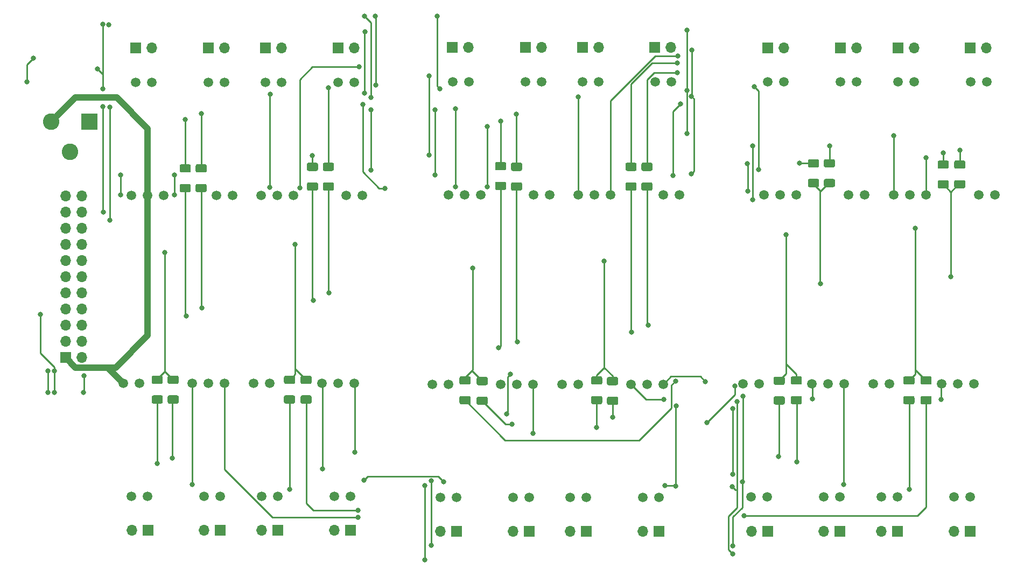
<source format=gbr>
%TF.GenerationSoftware,KiCad,Pcbnew,(5.1.9-0-10_14)*%
%TF.CreationDate,2021-06-18T00:48:09+02:00*%
%TF.ProjectId,V3,56332e6b-6963-4616-945f-706362585858,rev?*%
%TF.SameCoordinates,Original*%
%TF.FileFunction,Copper,L2,Bot*%
%TF.FilePolarity,Positive*%
%FSLAX46Y46*%
G04 Gerber Fmt 4.6, Leading zero omitted, Abs format (unit mm)*
G04 Created by KiCad (PCBNEW (5.1.9-0-10_14)) date 2021-06-18 00:48:09*
%MOMM*%
%LPD*%
G01*
G04 APERTURE LIST*
%TA.AperFunction,ComponentPad*%
%ADD10R,1.700000X1.700000*%
%TD*%
%TA.AperFunction,ComponentPad*%
%ADD11O,1.700000X1.700000*%
%TD*%
%TA.AperFunction,ComponentPad*%
%ADD12C,1.508000*%
%TD*%
%TA.AperFunction,ComponentPad*%
%ADD13R,2.600000X2.600000*%
%TD*%
%TA.AperFunction,ComponentPad*%
%ADD14C,2.600000*%
%TD*%
%TA.AperFunction,ViaPad*%
%ADD15C,0.800000*%
%TD*%
%TA.AperFunction,Conductor*%
%ADD16C,0.250000*%
%TD*%
%TA.AperFunction,Conductor*%
%ADD17C,1.000000*%
%TD*%
G04 APERTURE END LIST*
D10*
%TO.P,J2,1*%
%TO.N,GND*%
X97800000Y-107820000D03*
D11*
%TO.P,J2,2*%
%TO.N,TeensyVDD*%
X100340000Y-107820000D03*
%TO.P,J2,3*%
%TO.N,FREQ1*%
X97800000Y-105280000D03*
%TO.P,J2,4*%
%TO.N,FREQ2*%
X100340000Y-105280000D03*
%TO.P,J2,5*%
%TO.N,FREQ3*%
X97800000Y-102740000D03*
%TO.P,J2,6*%
%TO.N,FREQ4*%
X100340000Y-102740000D03*
%TO.P,J2,7*%
%TO.N,FREQ5*%
X97800000Y-100200000D03*
%TO.P,J2,8*%
%TO.N,FREQ6*%
X100340000Y-100200000D03*
%TO.P,J2,9*%
%TO.N,FREQ7*%
X97800000Y-97660000D03*
%TO.P,J2,10*%
%TO.N,FREQ8*%
X100340000Y-97660000D03*
%TO.P,J2,11*%
%TO.N,FREQ9*%
X97800000Y-95120000D03*
%TO.P,J2,12*%
%TO.N,FREQ10*%
X100340000Y-95120000D03*
%TO.P,J2,13*%
%TO.N,FREQ11*%
X97800000Y-92580000D03*
%TO.P,J2,14*%
%TO.N,FREQ12*%
X100340000Y-92580000D03*
%TO.P,J2,15*%
%TO.N,FREQ13*%
X97800000Y-90040000D03*
%TO.P,J2,16*%
%TO.N,FREQ14*%
X100340000Y-90040000D03*
%TO.P,J2,17*%
%TO.N,FREQ15*%
X97800000Y-87500000D03*
%TO.P,J2,18*%
%TO.N,FREQ16*%
X100340000Y-87500000D03*
%TO.P,J2,19*%
%TO.N,SCL0*%
X97800000Y-84960000D03*
%TO.P,J2,20*%
%TO.N,SDA0*%
X100340000Y-84960000D03*
%TO.P,J2,21*%
%TO.N,SCL1*%
X97800000Y-82420000D03*
%TO.P,J2,22*%
%TO.N,SDA1*%
X100340000Y-82420000D03*
%TD*%
D12*
%TO.P,U3,OUT.L-*%
%TO.N,Net-(LS7-Pad1)*%
X129200501Y-64487501D03*
%TO.P,U3,OUT.L+*%
%TO.N,Net-(LS7-Pad2)*%
X131740501Y-64487501D03*
%TO.P,U3,OUT.R-*%
%TO.N,Net-(LS8-Pad2)*%
X143170501Y-64487501D03*
%TO.P,U3,OUT.R+*%
%TO.N,Net-(LS8-Pad1)*%
X140630501Y-64487501D03*
%TO.P,U3,GND*%
%TO.N,GND*%
X144440501Y-82267501D03*
%TO.P,U3,+5V*%
%TO.N,VDD*%
X141900501Y-82267501D03*
%TO.P,U3,IN.L*%
%TO.N,Net-(IC2-Pad2)*%
X128565501Y-82267501D03*
%TO.P,U3,IN.COM*%
%TO.N,GND*%
X131105501Y-82267501D03*
%TO.P,U3,IN.R*%
%TO.N,Net-(IC2-Pad19)*%
X133645501Y-82267501D03*
%TD*%
%TO.P,U4,IN.R*%
%TO.N,Net-(IC2-Pad12)*%
X113215501Y-82267501D03*
%TO.P,U4,IN.COM*%
%TO.N,GND*%
X110675501Y-82267501D03*
%TO.P,U4,IN.L*%
%TO.N,Net-(IC2-Pad9)*%
X108135501Y-82267501D03*
%TO.P,U4,+5V*%
%TO.N,VDD*%
X121470501Y-82267501D03*
%TO.P,U4,GND*%
%TO.N,GND*%
X124010501Y-82267501D03*
%TO.P,U4,OUT.R+*%
%TO.N,Net-(LS6-Pad1)*%
X120200501Y-64487501D03*
%TO.P,U4,OUT.R-*%
%TO.N,Net-(LS6-Pad2)*%
X122740501Y-64487501D03*
%TO.P,U4,OUT.L+*%
%TO.N,Net-(LS5-Pad2)*%
X111310501Y-64487501D03*
%TO.P,U4,OUT.L-*%
%TO.N,Net-(LS5-Pad1)*%
X108770501Y-64487501D03*
%TD*%
D13*
%TO.P,J1,1*%
%TO.N,VDD*%
X101500000Y-70700000D03*
D14*
%TO.P,J1,2*%
%TO.N,GND*%
X95500000Y-70700000D03*
%TO.P,J1,3*%
%TO.N,N/C*%
X98500000Y-75400000D03*
%TD*%
D12*
%TO.P,U11,OUT.L-*%
%TO.N,Net-(LS23-Pad1)*%
X219569499Y-129732499D03*
%TO.P,U11,OUT.L+*%
%TO.N,Net-(LS23-Pad2)*%
X217029499Y-129732499D03*
%TO.P,U11,OUT.R-*%
%TO.N,Net-(LS24-Pad2)*%
X205599499Y-129732499D03*
%TO.P,U11,OUT.R+*%
%TO.N,Net-(LS24-Pad1)*%
X208139499Y-129732499D03*
%TO.P,U11,GND*%
%TO.N,GND*%
X204329499Y-111952499D03*
%TO.P,U11,+5V*%
%TO.N,VDD*%
X206869499Y-111952499D03*
%TO.P,U11,IN.L*%
%TO.N,Net-(IC6-Pad2)*%
X220204499Y-111952499D03*
%TO.P,U11,IN.COM*%
%TO.N,GND*%
X217664499Y-111952499D03*
%TO.P,U11,IN.R*%
%TO.N,Net-(IC6-Pad19)*%
X215124499Y-111952499D03*
%TD*%
D11*
%TO.P,LS1,2*%
%TO.N,Net-(LS1-Pad2)*%
X161160000Y-59040000D03*
D10*
%TO.P,LS1,1*%
%TO.N,Net-(LS1-Pad1)*%
X158620000Y-59040000D03*
%TD*%
%TO.P,LS2,1*%
%TO.N,Net-(LS2-Pad1)*%
X170060000Y-59040000D03*
D11*
%TO.P,LS2,2*%
%TO.N,Net-(LS2-Pad2)*%
X172600000Y-59040000D03*
%TD*%
D10*
%TO.P,LS3,1*%
%TO.N,Net-(LS3-Pad1)*%
X179060000Y-59040000D03*
D11*
%TO.P,LS3,2*%
%TO.N,Net-(LS3-Pad2)*%
X181600000Y-59040000D03*
%TD*%
%TO.P,LS4,2*%
%TO.N,Net-(LS4-Pad2)*%
X193000000Y-59040000D03*
D10*
%TO.P,LS4,1*%
%TO.N,Net-(LS4-Pad1)*%
X190460000Y-59040000D03*
%TD*%
D11*
%TO.P,LS5,2*%
%TO.N,Net-(LS5-Pad2)*%
X111300000Y-59100000D03*
D10*
%TO.P,LS5,1*%
%TO.N,Net-(LS5-Pad1)*%
X108760000Y-59100000D03*
%TD*%
D11*
%TO.P,LS6,2*%
%TO.N,Net-(LS6-Pad2)*%
X122740000Y-59100000D03*
D10*
%TO.P,LS6,1*%
%TO.N,Net-(LS6-Pad1)*%
X120200000Y-59100000D03*
%TD*%
D11*
%TO.P,LS7,2*%
%TO.N,Net-(LS7-Pad2)*%
X131740000Y-59100000D03*
D10*
%TO.P,LS7,1*%
%TO.N,Net-(LS7-Pad1)*%
X129200000Y-59100000D03*
%TD*%
%TO.P,LS8,1*%
%TO.N,Net-(LS8-Pad1)*%
X140600000Y-59100000D03*
D11*
%TO.P,LS8,2*%
%TO.N,Net-(LS8-Pad2)*%
X143140000Y-59100000D03*
%TD*%
D10*
%TO.P,LS9,1*%
%TO.N,Net-(LS9-Pad1)*%
X208220000Y-59080000D03*
D11*
%TO.P,LS9,2*%
%TO.N,Net-(LS9-Pad2)*%
X210760000Y-59080000D03*
%TD*%
D10*
%TO.P,LS10,1*%
%TO.N,Net-(LS10-Pad1)*%
X219660000Y-59080000D03*
D11*
%TO.P,LS10,2*%
%TO.N,Net-(LS10-Pad2)*%
X222200000Y-59080000D03*
%TD*%
D10*
%TO.P,LS11,1*%
%TO.N,Net-(LS11-Pad1)*%
X228660000Y-59080000D03*
D11*
%TO.P,LS11,2*%
%TO.N,Net-(LS11-Pad2)*%
X231200000Y-59080000D03*
%TD*%
%TO.P,LS12,2*%
%TO.N,Net-(LS12-Pad2)*%
X242600000Y-59080000D03*
D10*
%TO.P,LS12,1*%
%TO.N,Net-(LS12-Pad1)*%
X240060000Y-59080000D03*
%TD*%
%TO.P,LS13,1*%
%TO.N,Net-(LS13-Pad1)*%
X191110000Y-135160000D03*
D11*
%TO.P,LS13,2*%
%TO.N,Net-(LS13-Pad2)*%
X188570000Y-135160000D03*
%TD*%
%TO.P,LS14,2*%
%TO.N,Net-(LS14-Pad2)*%
X177130000Y-135160000D03*
D10*
%TO.P,LS14,1*%
%TO.N,Net-(LS14-Pad1)*%
X179670000Y-135160000D03*
%TD*%
%TO.P,LS15,1*%
%TO.N,Net-(LS15-Pad1)*%
X170670000Y-135160000D03*
D11*
%TO.P,LS15,2*%
%TO.N,Net-(LS15-Pad2)*%
X168130000Y-135160000D03*
%TD*%
%TO.P,LS16,2*%
%TO.N,Net-(LS16-Pad2)*%
X156730000Y-135160000D03*
D10*
%TO.P,LS16,1*%
%TO.N,Net-(LS16-Pad1)*%
X159270000Y-135160000D03*
%TD*%
%TO.P,LS17,1*%
%TO.N,Net-(LS17-Pad1)*%
X142570000Y-135000000D03*
D11*
%TO.P,LS17,2*%
%TO.N,Net-(LS17-Pad2)*%
X140030000Y-135000000D03*
%TD*%
%TO.P,LS18,2*%
%TO.N,Net-(LS18-Pad2)*%
X128590000Y-135000000D03*
D10*
%TO.P,LS18,1*%
%TO.N,Net-(LS18-Pad1)*%
X131130000Y-135000000D03*
%TD*%
%TO.P,LS19,1*%
%TO.N,Net-(LS19-Pad1)*%
X122130000Y-135000000D03*
D11*
%TO.P,LS19,2*%
%TO.N,Net-(LS19-Pad2)*%
X119590000Y-135000000D03*
%TD*%
%TO.P,LS20,2*%
%TO.N,Net-(LS20-Pad2)*%
X108190000Y-135000000D03*
D10*
%TO.P,LS20,1*%
%TO.N,Net-(LS20-Pad1)*%
X110730000Y-135000000D03*
%TD*%
%TO.P,LS21,1*%
%TO.N,Net-(LS21-Pad1)*%
X240010000Y-135120000D03*
D11*
%TO.P,LS21,2*%
%TO.N,Net-(LS21-Pad2)*%
X237470000Y-135120000D03*
%TD*%
%TO.P,LS22,2*%
%TO.N,Net-(LS22-Pad2)*%
X226030000Y-135120000D03*
D10*
%TO.P,LS22,1*%
%TO.N,Net-(LS22-Pad1)*%
X228570000Y-135120000D03*
%TD*%
%TO.P,LS23,1*%
%TO.N,Net-(LS23-Pad1)*%
X219570000Y-135120000D03*
D11*
%TO.P,LS23,2*%
%TO.N,Net-(LS23-Pad2)*%
X217030000Y-135120000D03*
%TD*%
%TO.P,LS24,2*%
%TO.N,Net-(LS24-Pad2)*%
X205630000Y-135120000D03*
D10*
%TO.P,LS24,1*%
%TO.N,Net-(LS24-Pad1)*%
X208170000Y-135120000D03*
%TD*%
%TO.P,R5,1*%
%TO.N,Net-(IC1-Pad1)*%
%TA.AperFunction,SMDPad,CuDef*%
G36*
G01*
X188575000Y-77150000D02*
X189825000Y-77150000D01*
G75*
G02*
X190075000Y-77400000I0J-250000D01*
G01*
X190075000Y-78200000D01*
G75*
G02*
X189825000Y-78450000I-250000J0D01*
G01*
X188575000Y-78450000D01*
G75*
G02*
X188325000Y-78200000I0J250000D01*
G01*
X188325000Y-77400000D01*
G75*
G02*
X188575000Y-77150000I250000J0D01*
G01*
G37*
%TD.AperFunction*%
%TO.P,R5,2*%
%TO.N,FREQ4*%
%TA.AperFunction,SMDPad,CuDef*%
G36*
G01*
X188575000Y-80250000D02*
X189825000Y-80250000D01*
G75*
G02*
X190075000Y-80500000I0J-250000D01*
G01*
X190075000Y-81300000D01*
G75*
G02*
X189825000Y-81550000I-250000J0D01*
G01*
X188575000Y-81550000D01*
G75*
G02*
X188325000Y-81300000I0J250000D01*
G01*
X188325000Y-80500000D01*
G75*
G02*
X188575000Y-80250000I250000J0D01*
G01*
G37*
%TD.AperFunction*%
%TD*%
%TO.P,R6,2*%
%TO.N,FREQ2*%
%TA.AperFunction,SMDPad,CuDef*%
G36*
G01*
X168075000Y-80250000D02*
X169325000Y-80250000D01*
G75*
G02*
X169575000Y-80500000I0J-250000D01*
G01*
X169575000Y-81300000D01*
G75*
G02*
X169325000Y-81550000I-250000J0D01*
G01*
X168075000Y-81550000D01*
G75*
G02*
X167825000Y-81300000I0J250000D01*
G01*
X167825000Y-80500000D01*
G75*
G02*
X168075000Y-80250000I250000J0D01*
G01*
G37*
%TD.AperFunction*%
%TO.P,R6,1*%
%TO.N,Net-(IC1-Pad10)*%
%TA.AperFunction,SMDPad,CuDef*%
G36*
G01*
X168075000Y-77150000D02*
X169325000Y-77150000D01*
G75*
G02*
X169575000Y-77400000I0J-250000D01*
G01*
X169575000Y-78200000D01*
G75*
G02*
X169325000Y-78450000I-250000J0D01*
G01*
X168075000Y-78450000D01*
G75*
G02*
X167825000Y-78200000I0J250000D01*
G01*
X167825000Y-77400000D01*
G75*
G02*
X168075000Y-77150000I250000J0D01*
G01*
G37*
%TD.AperFunction*%
%TD*%
%TO.P,R7,2*%
%TO.N,Net-(IC1-Pad20)*%
%TA.AperFunction,SMDPad,CuDef*%
G36*
G01*
X187325000Y-78450000D02*
X186075000Y-78450000D01*
G75*
G02*
X185825000Y-78200000I0J250000D01*
G01*
X185825000Y-77400000D01*
G75*
G02*
X186075000Y-77150000I250000J0D01*
G01*
X187325000Y-77150000D01*
G75*
G02*
X187575000Y-77400000I0J-250000D01*
G01*
X187575000Y-78200000D01*
G75*
G02*
X187325000Y-78450000I-250000J0D01*
G01*
G37*
%TD.AperFunction*%
%TO.P,R7,1*%
%TO.N,FREQ3*%
%TA.AperFunction,SMDPad,CuDef*%
G36*
G01*
X187325000Y-81550000D02*
X186075000Y-81550000D01*
G75*
G02*
X185825000Y-81300000I0J250000D01*
G01*
X185825000Y-80500000D01*
G75*
G02*
X186075000Y-80250000I250000J0D01*
G01*
X187325000Y-80250000D01*
G75*
G02*
X187575000Y-80500000I0J-250000D01*
G01*
X187575000Y-81300000D01*
G75*
G02*
X187325000Y-81550000I-250000J0D01*
G01*
G37*
%TD.AperFunction*%
%TD*%
%TO.P,R8,1*%
%TO.N,FREQ1*%
%TA.AperFunction,SMDPad,CuDef*%
G36*
G01*
X166825000Y-81450000D02*
X165575000Y-81450000D01*
G75*
G02*
X165325000Y-81200000I0J250000D01*
G01*
X165325000Y-80400000D01*
G75*
G02*
X165575000Y-80150000I250000J0D01*
G01*
X166825000Y-80150000D01*
G75*
G02*
X167075000Y-80400000I0J-250000D01*
G01*
X167075000Y-81200000D01*
G75*
G02*
X166825000Y-81450000I-250000J0D01*
G01*
G37*
%TD.AperFunction*%
%TO.P,R8,2*%
%TO.N,Net-(IC1-Pad11)*%
%TA.AperFunction,SMDPad,CuDef*%
G36*
G01*
X166825000Y-78350000D02*
X165575000Y-78350000D01*
G75*
G02*
X165325000Y-78100000I0J250000D01*
G01*
X165325000Y-77300000D01*
G75*
G02*
X165575000Y-77050000I250000J0D01*
G01*
X166825000Y-77050000D01*
G75*
G02*
X167075000Y-77300000I0J-250000D01*
G01*
X167075000Y-78100000D01*
G75*
G02*
X166825000Y-78350000I-250000J0D01*
G01*
G37*
%TD.AperFunction*%
%TD*%
%TO.P,R9,2*%
%TO.N,FREQ8*%
%TA.AperFunction,SMDPad,CuDef*%
G36*
G01*
X138475000Y-80250000D02*
X139725000Y-80250000D01*
G75*
G02*
X139975000Y-80500000I0J-250000D01*
G01*
X139975000Y-81300000D01*
G75*
G02*
X139725000Y-81550000I-250000J0D01*
G01*
X138475000Y-81550000D01*
G75*
G02*
X138225000Y-81300000I0J250000D01*
G01*
X138225000Y-80500000D01*
G75*
G02*
X138475000Y-80250000I250000J0D01*
G01*
G37*
%TD.AperFunction*%
%TO.P,R9,1*%
%TO.N,Net-(IC2-Pad1)*%
%TA.AperFunction,SMDPad,CuDef*%
G36*
G01*
X138475000Y-77150000D02*
X139725000Y-77150000D01*
G75*
G02*
X139975000Y-77400000I0J-250000D01*
G01*
X139975000Y-78200000D01*
G75*
G02*
X139725000Y-78450000I-250000J0D01*
G01*
X138475000Y-78450000D01*
G75*
G02*
X138225000Y-78200000I0J250000D01*
G01*
X138225000Y-77400000D01*
G75*
G02*
X138475000Y-77150000I250000J0D01*
G01*
G37*
%TD.AperFunction*%
%TD*%
%TO.P,R10,1*%
%TO.N,Net-(IC2-Pad10)*%
%TA.AperFunction,SMDPad,CuDef*%
G36*
G01*
X118475000Y-77400000D02*
X119725000Y-77400000D01*
G75*
G02*
X119975000Y-77650000I0J-250000D01*
G01*
X119975000Y-78450000D01*
G75*
G02*
X119725000Y-78700000I-250000J0D01*
G01*
X118475000Y-78700000D01*
G75*
G02*
X118225000Y-78450000I0J250000D01*
G01*
X118225000Y-77650000D01*
G75*
G02*
X118475000Y-77400000I250000J0D01*
G01*
G37*
%TD.AperFunction*%
%TO.P,R10,2*%
%TO.N,FREQ6*%
%TA.AperFunction,SMDPad,CuDef*%
G36*
G01*
X118475000Y-80500000D02*
X119725000Y-80500000D01*
G75*
G02*
X119975000Y-80750000I0J-250000D01*
G01*
X119975000Y-81550000D01*
G75*
G02*
X119725000Y-81800000I-250000J0D01*
G01*
X118475000Y-81800000D01*
G75*
G02*
X118225000Y-81550000I0J250000D01*
G01*
X118225000Y-80750000D01*
G75*
G02*
X118475000Y-80500000I250000J0D01*
G01*
G37*
%TD.AperFunction*%
%TD*%
%TO.P,R11,1*%
%TO.N,FREQ7*%
%TA.AperFunction,SMDPad,CuDef*%
G36*
G01*
X137225000Y-81550000D02*
X135975000Y-81550000D01*
G75*
G02*
X135725000Y-81300000I0J250000D01*
G01*
X135725000Y-80500000D01*
G75*
G02*
X135975000Y-80250000I250000J0D01*
G01*
X137225000Y-80250000D01*
G75*
G02*
X137475000Y-80500000I0J-250000D01*
G01*
X137475000Y-81300000D01*
G75*
G02*
X137225000Y-81550000I-250000J0D01*
G01*
G37*
%TD.AperFunction*%
%TO.P,R11,2*%
%TO.N,Net-(IC2-Pad20)*%
%TA.AperFunction,SMDPad,CuDef*%
G36*
G01*
X137225000Y-78450000D02*
X135975000Y-78450000D01*
G75*
G02*
X135725000Y-78200000I0J250000D01*
G01*
X135725000Y-77400000D01*
G75*
G02*
X135975000Y-77150000I250000J0D01*
G01*
X137225000Y-77150000D01*
G75*
G02*
X137475000Y-77400000I0J-250000D01*
G01*
X137475000Y-78200000D01*
G75*
G02*
X137225000Y-78450000I-250000J0D01*
G01*
G37*
%TD.AperFunction*%
%TD*%
%TO.P,R12,2*%
%TO.N,Net-(IC2-Pad11)*%
%TA.AperFunction,SMDPad,CuDef*%
G36*
G01*
X117225000Y-78700000D02*
X115975000Y-78700000D01*
G75*
G02*
X115725000Y-78450000I0J250000D01*
G01*
X115725000Y-77650000D01*
G75*
G02*
X115975000Y-77400000I250000J0D01*
G01*
X117225000Y-77400000D01*
G75*
G02*
X117475000Y-77650000I0J-250000D01*
G01*
X117475000Y-78450000D01*
G75*
G02*
X117225000Y-78700000I-250000J0D01*
G01*
G37*
%TD.AperFunction*%
%TO.P,R12,1*%
%TO.N,FREQ5*%
%TA.AperFunction,SMDPad,CuDef*%
G36*
G01*
X117225000Y-81800000D02*
X115975000Y-81800000D01*
G75*
G02*
X115725000Y-81550000I0J250000D01*
G01*
X115725000Y-80750000D01*
G75*
G02*
X115975000Y-80500000I250000J0D01*
G01*
X117225000Y-80500000D01*
G75*
G02*
X117475000Y-80750000I0J-250000D01*
G01*
X117475000Y-81550000D01*
G75*
G02*
X117225000Y-81800000I-250000J0D01*
G01*
G37*
%TD.AperFunction*%
%TD*%
%TO.P,R13,2*%
%TO.N,FREQ10*%
%TA.AperFunction,SMDPad,CuDef*%
G36*
G01*
X237775000Y-79900000D02*
X239025000Y-79900000D01*
G75*
G02*
X239275000Y-80150000I0J-250000D01*
G01*
X239275000Y-80950000D01*
G75*
G02*
X239025000Y-81200000I-250000J0D01*
G01*
X237775000Y-81200000D01*
G75*
G02*
X237525000Y-80950000I0J250000D01*
G01*
X237525000Y-80150000D01*
G75*
G02*
X237775000Y-79900000I250000J0D01*
G01*
G37*
%TD.AperFunction*%
%TO.P,R13,1*%
%TO.N,Net-(IC3-Pad1)*%
%TA.AperFunction,SMDPad,CuDef*%
G36*
G01*
X237775000Y-76800000D02*
X239025000Y-76800000D01*
G75*
G02*
X239275000Y-77050000I0J-250000D01*
G01*
X239275000Y-77850000D01*
G75*
G02*
X239025000Y-78100000I-250000J0D01*
G01*
X237775000Y-78100000D01*
G75*
G02*
X237525000Y-77850000I0J250000D01*
G01*
X237525000Y-77050000D01*
G75*
G02*
X237775000Y-76800000I250000J0D01*
G01*
G37*
%TD.AperFunction*%
%TD*%
%TO.P,R14,1*%
%TO.N,Net-(IC3-Pad10)*%
%TA.AperFunction,SMDPad,CuDef*%
G36*
G01*
X217275000Y-76600000D02*
X218525000Y-76600000D01*
G75*
G02*
X218775000Y-76850000I0J-250000D01*
G01*
X218775000Y-77650000D01*
G75*
G02*
X218525000Y-77900000I-250000J0D01*
G01*
X217275000Y-77900000D01*
G75*
G02*
X217025000Y-77650000I0J250000D01*
G01*
X217025000Y-76850000D01*
G75*
G02*
X217275000Y-76600000I250000J0D01*
G01*
G37*
%TD.AperFunction*%
%TO.P,R14,2*%
%TO.N,FREQ9*%
%TA.AperFunction,SMDPad,CuDef*%
G36*
G01*
X217275000Y-79700000D02*
X218525000Y-79700000D01*
G75*
G02*
X218775000Y-79950000I0J-250000D01*
G01*
X218775000Y-80750000D01*
G75*
G02*
X218525000Y-81000000I-250000J0D01*
G01*
X217275000Y-81000000D01*
G75*
G02*
X217025000Y-80750000I0J250000D01*
G01*
X217025000Y-79950000D01*
G75*
G02*
X217275000Y-79700000I250000J0D01*
G01*
G37*
%TD.AperFunction*%
%TD*%
%TO.P,R15,1*%
%TO.N,FREQ10*%
%TA.AperFunction,SMDPad,CuDef*%
G36*
G01*
X236425000Y-81200000D02*
X235175000Y-81200000D01*
G75*
G02*
X234925000Y-80950000I0J250000D01*
G01*
X234925000Y-80150000D01*
G75*
G02*
X235175000Y-79900000I250000J0D01*
G01*
X236425000Y-79900000D01*
G75*
G02*
X236675000Y-80150000I0J-250000D01*
G01*
X236675000Y-80950000D01*
G75*
G02*
X236425000Y-81200000I-250000J0D01*
G01*
G37*
%TD.AperFunction*%
%TO.P,R15,2*%
%TO.N,Net-(IC3-Pad20)*%
%TA.AperFunction,SMDPad,CuDef*%
G36*
G01*
X236425000Y-78100000D02*
X235175000Y-78100000D01*
G75*
G02*
X234925000Y-77850000I0J250000D01*
G01*
X234925000Y-77050000D01*
G75*
G02*
X235175000Y-76800000I250000J0D01*
G01*
X236425000Y-76800000D01*
G75*
G02*
X236675000Y-77050000I0J-250000D01*
G01*
X236675000Y-77850000D01*
G75*
G02*
X236425000Y-78100000I-250000J0D01*
G01*
G37*
%TD.AperFunction*%
%TD*%
%TO.P,R16,2*%
%TO.N,Net-(IC3-Pad11)*%
%TA.AperFunction,SMDPad,CuDef*%
G36*
G01*
X216025000Y-77900000D02*
X214775000Y-77900000D01*
G75*
G02*
X214525000Y-77650000I0J250000D01*
G01*
X214525000Y-76850000D01*
G75*
G02*
X214775000Y-76600000I250000J0D01*
G01*
X216025000Y-76600000D01*
G75*
G02*
X216275000Y-76850000I0J-250000D01*
G01*
X216275000Y-77650000D01*
G75*
G02*
X216025000Y-77900000I-250000J0D01*
G01*
G37*
%TD.AperFunction*%
%TO.P,R16,1*%
%TO.N,FREQ9*%
%TA.AperFunction,SMDPad,CuDef*%
G36*
G01*
X216025000Y-81000000D02*
X214775000Y-81000000D01*
G75*
G02*
X214525000Y-80750000I0J250000D01*
G01*
X214525000Y-79950000D01*
G75*
G02*
X214775000Y-79700000I250000J0D01*
G01*
X216025000Y-79700000D01*
G75*
G02*
X216275000Y-79950000I0J-250000D01*
G01*
X216275000Y-80750000D01*
G75*
G02*
X216025000Y-81000000I-250000J0D01*
G01*
G37*
%TD.AperFunction*%
%TD*%
%TO.P,R17,2*%
%TO.N,FREQ12*%
%TA.AperFunction,SMDPad,CuDef*%
G36*
G01*
X181925000Y-112050000D02*
X180675000Y-112050000D01*
G75*
G02*
X180425000Y-111800000I0J250000D01*
G01*
X180425000Y-111000000D01*
G75*
G02*
X180675000Y-110750000I250000J0D01*
G01*
X181925000Y-110750000D01*
G75*
G02*
X182175000Y-111000000I0J-250000D01*
G01*
X182175000Y-111800000D01*
G75*
G02*
X181925000Y-112050000I-250000J0D01*
G01*
G37*
%TD.AperFunction*%
%TO.P,R17,1*%
%TO.N,Net-(IC4-Pad1)*%
%TA.AperFunction,SMDPad,CuDef*%
G36*
G01*
X181925000Y-115150000D02*
X180675000Y-115150000D01*
G75*
G02*
X180425000Y-114900000I0J250000D01*
G01*
X180425000Y-114100000D01*
G75*
G02*
X180675000Y-113850000I250000J0D01*
G01*
X181925000Y-113850000D01*
G75*
G02*
X182175000Y-114100000I0J-250000D01*
G01*
X182175000Y-114900000D01*
G75*
G02*
X181925000Y-115150000I-250000J0D01*
G01*
G37*
%TD.AperFunction*%
%TD*%
%TO.P,R18,1*%
%TO.N,Net-(IC4-Pad10)*%
%TA.AperFunction,SMDPad,CuDef*%
G36*
G01*
X163925000Y-115250000D02*
X162675000Y-115250000D01*
G75*
G02*
X162425000Y-115000000I0J250000D01*
G01*
X162425000Y-114200000D01*
G75*
G02*
X162675000Y-113950000I250000J0D01*
G01*
X163925000Y-113950000D01*
G75*
G02*
X164175000Y-114200000I0J-250000D01*
G01*
X164175000Y-115000000D01*
G75*
G02*
X163925000Y-115250000I-250000J0D01*
G01*
G37*
%TD.AperFunction*%
%TO.P,R18,2*%
%TO.N,FREQ11*%
%TA.AperFunction,SMDPad,CuDef*%
G36*
G01*
X163925000Y-112150000D02*
X162675000Y-112150000D01*
G75*
G02*
X162425000Y-111900000I0J250000D01*
G01*
X162425000Y-111100000D01*
G75*
G02*
X162675000Y-110850000I250000J0D01*
G01*
X163925000Y-110850000D01*
G75*
G02*
X164175000Y-111100000I0J-250000D01*
G01*
X164175000Y-111900000D01*
G75*
G02*
X163925000Y-112150000I-250000J0D01*
G01*
G37*
%TD.AperFunction*%
%TD*%
%TO.P,R19,1*%
%TO.N,FREQ12*%
%TA.AperFunction,SMDPad,CuDef*%
G36*
G01*
X183175000Y-110850000D02*
X184425000Y-110850000D01*
G75*
G02*
X184675000Y-111100000I0J-250000D01*
G01*
X184675000Y-111900000D01*
G75*
G02*
X184425000Y-112150000I-250000J0D01*
G01*
X183175000Y-112150000D01*
G75*
G02*
X182925000Y-111900000I0J250000D01*
G01*
X182925000Y-111100000D01*
G75*
G02*
X183175000Y-110850000I250000J0D01*
G01*
G37*
%TD.AperFunction*%
%TO.P,R19,2*%
%TO.N,Net-(IC4-Pad20)*%
%TA.AperFunction,SMDPad,CuDef*%
G36*
G01*
X183175000Y-113950000D02*
X184425000Y-113950000D01*
G75*
G02*
X184675000Y-114200000I0J-250000D01*
G01*
X184675000Y-115000000D01*
G75*
G02*
X184425000Y-115250000I-250000J0D01*
G01*
X183175000Y-115250000D01*
G75*
G02*
X182925000Y-115000000I0J250000D01*
G01*
X182925000Y-114200000D01*
G75*
G02*
X183175000Y-113950000I250000J0D01*
G01*
G37*
%TD.AperFunction*%
%TD*%
%TO.P,R20,2*%
%TO.N,Net-(IC4-Pad11)*%
%TA.AperFunction,SMDPad,CuDef*%
G36*
G01*
X159975000Y-113850000D02*
X161225000Y-113850000D01*
G75*
G02*
X161475000Y-114100000I0J-250000D01*
G01*
X161475000Y-114900000D01*
G75*
G02*
X161225000Y-115150000I-250000J0D01*
G01*
X159975000Y-115150000D01*
G75*
G02*
X159725000Y-114900000I0J250000D01*
G01*
X159725000Y-114100000D01*
G75*
G02*
X159975000Y-113850000I250000J0D01*
G01*
G37*
%TD.AperFunction*%
%TO.P,R20,1*%
%TO.N,FREQ11*%
%TA.AperFunction,SMDPad,CuDef*%
G36*
G01*
X159975000Y-110750000D02*
X161225000Y-110750000D01*
G75*
G02*
X161475000Y-111000000I0J-250000D01*
G01*
X161475000Y-111800000D01*
G75*
G02*
X161225000Y-112050000I-250000J0D01*
G01*
X159975000Y-112050000D01*
G75*
G02*
X159725000Y-111800000I0J250000D01*
G01*
X159725000Y-111000000D01*
G75*
G02*
X159975000Y-110750000I250000J0D01*
G01*
G37*
%TD.AperFunction*%
%TD*%
%TO.P,R21,2*%
%TO.N,FREQ14*%
%TA.AperFunction,SMDPad,CuDef*%
G36*
G01*
X136225000Y-111950000D02*
X134975000Y-111950000D01*
G75*
G02*
X134725000Y-111700000I0J250000D01*
G01*
X134725000Y-110900000D01*
G75*
G02*
X134975000Y-110650000I250000J0D01*
G01*
X136225000Y-110650000D01*
G75*
G02*
X136475000Y-110900000I0J-250000D01*
G01*
X136475000Y-111700000D01*
G75*
G02*
X136225000Y-111950000I-250000J0D01*
G01*
G37*
%TD.AperFunction*%
%TO.P,R21,1*%
%TO.N,Net-(IC5-Pad1)*%
%TA.AperFunction,SMDPad,CuDef*%
G36*
G01*
X136225000Y-115050000D02*
X134975000Y-115050000D01*
G75*
G02*
X134725000Y-114800000I0J250000D01*
G01*
X134725000Y-114000000D01*
G75*
G02*
X134975000Y-113750000I250000J0D01*
G01*
X136225000Y-113750000D01*
G75*
G02*
X136475000Y-114000000I0J-250000D01*
G01*
X136475000Y-114800000D01*
G75*
G02*
X136225000Y-115050000I-250000J0D01*
G01*
G37*
%TD.AperFunction*%
%TD*%
%TO.P,R22,1*%
%TO.N,Net-(IC5-Pad10)*%
%TA.AperFunction,SMDPad,CuDef*%
G36*
G01*
X115325000Y-115050000D02*
X114075000Y-115050000D01*
G75*
G02*
X113825000Y-114800000I0J250000D01*
G01*
X113825000Y-114000000D01*
G75*
G02*
X114075000Y-113750000I250000J0D01*
G01*
X115325000Y-113750000D01*
G75*
G02*
X115575000Y-114000000I0J-250000D01*
G01*
X115575000Y-114800000D01*
G75*
G02*
X115325000Y-115050000I-250000J0D01*
G01*
G37*
%TD.AperFunction*%
%TO.P,R22,2*%
%TO.N,FREQ13*%
%TA.AperFunction,SMDPad,CuDef*%
G36*
G01*
X115325000Y-111950000D02*
X114075000Y-111950000D01*
G75*
G02*
X113825000Y-111700000I0J250000D01*
G01*
X113825000Y-110900000D01*
G75*
G02*
X114075000Y-110650000I250000J0D01*
G01*
X115325000Y-110650000D01*
G75*
G02*
X115575000Y-110900000I0J-250000D01*
G01*
X115575000Y-111700000D01*
G75*
G02*
X115325000Y-111950000I-250000J0D01*
G01*
G37*
%TD.AperFunction*%
%TD*%
%TO.P,R23,1*%
%TO.N,FREQ14*%
%TA.AperFunction,SMDPad,CuDef*%
G36*
G01*
X132375000Y-110650000D02*
X133625000Y-110650000D01*
G75*
G02*
X133875000Y-110900000I0J-250000D01*
G01*
X133875000Y-111700000D01*
G75*
G02*
X133625000Y-111950000I-250000J0D01*
G01*
X132375000Y-111950000D01*
G75*
G02*
X132125000Y-111700000I0J250000D01*
G01*
X132125000Y-110900000D01*
G75*
G02*
X132375000Y-110650000I250000J0D01*
G01*
G37*
%TD.AperFunction*%
%TO.P,R23,2*%
%TO.N,Net-(IC5-Pad20)*%
%TA.AperFunction,SMDPad,CuDef*%
G36*
G01*
X132375000Y-113750000D02*
X133625000Y-113750000D01*
G75*
G02*
X133875000Y-114000000I0J-250000D01*
G01*
X133875000Y-114800000D01*
G75*
G02*
X133625000Y-115050000I-250000J0D01*
G01*
X132375000Y-115050000D01*
G75*
G02*
X132125000Y-114800000I0J250000D01*
G01*
X132125000Y-114000000D01*
G75*
G02*
X132375000Y-113750000I250000J0D01*
G01*
G37*
%TD.AperFunction*%
%TD*%
%TO.P,R24,2*%
%TO.N,Net-(IC5-Pad11)*%
%TA.AperFunction,SMDPad,CuDef*%
G36*
G01*
X111575000Y-113750000D02*
X112825000Y-113750000D01*
G75*
G02*
X113075000Y-114000000I0J-250000D01*
G01*
X113075000Y-114800000D01*
G75*
G02*
X112825000Y-115050000I-250000J0D01*
G01*
X111575000Y-115050000D01*
G75*
G02*
X111325000Y-114800000I0J250000D01*
G01*
X111325000Y-114000000D01*
G75*
G02*
X111575000Y-113750000I250000J0D01*
G01*
G37*
%TD.AperFunction*%
%TO.P,R24,1*%
%TO.N,FREQ13*%
%TA.AperFunction,SMDPad,CuDef*%
G36*
G01*
X111575000Y-110650000D02*
X112825000Y-110650000D01*
G75*
G02*
X113075000Y-110900000I0J-250000D01*
G01*
X113075000Y-111700000D01*
G75*
G02*
X112825000Y-111950000I-250000J0D01*
G01*
X111575000Y-111950000D01*
G75*
G02*
X111325000Y-111700000I0J250000D01*
G01*
X111325000Y-110900000D01*
G75*
G02*
X111575000Y-110650000I250000J0D01*
G01*
G37*
%TD.AperFunction*%
%TD*%
%TO.P,R25,2*%
%TO.N,FREQ16*%
%TA.AperFunction,SMDPad,CuDef*%
G36*
G01*
X231025000Y-112050000D02*
X229775000Y-112050000D01*
G75*
G02*
X229525000Y-111800000I0J250000D01*
G01*
X229525000Y-111000000D01*
G75*
G02*
X229775000Y-110750000I250000J0D01*
G01*
X231025000Y-110750000D01*
G75*
G02*
X231275000Y-111000000I0J-250000D01*
G01*
X231275000Y-111800000D01*
G75*
G02*
X231025000Y-112050000I-250000J0D01*
G01*
G37*
%TD.AperFunction*%
%TO.P,R25,1*%
%TO.N,Net-(IC6-Pad1)*%
%TA.AperFunction,SMDPad,CuDef*%
G36*
G01*
X231025000Y-115150000D02*
X229775000Y-115150000D01*
G75*
G02*
X229525000Y-114900000I0J250000D01*
G01*
X229525000Y-114100000D01*
G75*
G02*
X229775000Y-113850000I250000J0D01*
G01*
X231025000Y-113850000D01*
G75*
G02*
X231275000Y-114100000I0J-250000D01*
G01*
X231275000Y-114900000D01*
G75*
G02*
X231025000Y-115150000I-250000J0D01*
G01*
G37*
%TD.AperFunction*%
%TD*%
%TO.P,R26,1*%
%TO.N,Net-(IC6-Pad10)*%
%TA.AperFunction,SMDPad,CuDef*%
G36*
G01*
X213325000Y-115150000D02*
X212075000Y-115150000D01*
G75*
G02*
X211825000Y-114900000I0J250000D01*
G01*
X211825000Y-114100000D01*
G75*
G02*
X212075000Y-113850000I250000J0D01*
G01*
X213325000Y-113850000D01*
G75*
G02*
X213575000Y-114100000I0J-250000D01*
G01*
X213575000Y-114900000D01*
G75*
G02*
X213325000Y-115150000I-250000J0D01*
G01*
G37*
%TD.AperFunction*%
%TO.P,R26,2*%
%TO.N,FREQ15*%
%TA.AperFunction,SMDPad,CuDef*%
G36*
G01*
X213325000Y-112050000D02*
X212075000Y-112050000D01*
G75*
G02*
X211825000Y-111800000I0J250000D01*
G01*
X211825000Y-111000000D01*
G75*
G02*
X212075000Y-110750000I250000J0D01*
G01*
X213325000Y-110750000D01*
G75*
G02*
X213575000Y-111000000I0J-250000D01*
G01*
X213575000Y-111800000D01*
G75*
G02*
X213325000Y-112050000I-250000J0D01*
G01*
G37*
%TD.AperFunction*%
%TD*%
%TO.P,R27,1*%
%TO.N,FREQ16*%
%TA.AperFunction,SMDPad,CuDef*%
G36*
G01*
X232475000Y-110750000D02*
X233725000Y-110750000D01*
G75*
G02*
X233975000Y-111000000I0J-250000D01*
G01*
X233975000Y-111800000D01*
G75*
G02*
X233725000Y-112050000I-250000J0D01*
G01*
X232475000Y-112050000D01*
G75*
G02*
X232225000Y-111800000I0J250000D01*
G01*
X232225000Y-111000000D01*
G75*
G02*
X232475000Y-110750000I250000J0D01*
G01*
G37*
%TD.AperFunction*%
%TO.P,R27,2*%
%TO.N,Net-(IC6-Pad20)*%
%TA.AperFunction,SMDPad,CuDef*%
G36*
G01*
X232475000Y-113850000D02*
X233725000Y-113850000D01*
G75*
G02*
X233975000Y-114100000I0J-250000D01*
G01*
X233975000Y-114900000D01*
G75*
G02*
X233725000Y-115150000I-250000J0D01*
G01*
X232475000Y-115150000D01*
G75*
G02*
X232225000Y-114900000I0J250000D01*
G01*
X232225000Y-114100000D01*
G75*
G02*
X232475000Y-113850000I250000J0D01*
G01*
G37*
%TD.AperFunction*%
%TD*%
%TO.P,R28,2*%
%TO.N,Net-(IC6-Pad11)*%
%TA.AperFunction,SMDPad,CuDef*%
G36*
G01*
X209375000Y-113900000D02*
X210625000Y-113900000D01*
G75*
G02*
X210875000Y-114150000I0J-250000D01*
G01*
X210875000Y-114950000D01*
G75*
G02*
X210625000Y-115200000I-250000J0D01*
G01*
X209375000Y-115200000D01*
G75*
G02*
X209125000Y-114950000I0J250000D01*
G01*
X209125000Y-114150000D01*
G75*
G02*
X209375000Y-113900000I250000J0D01*
G01*
G37*
%TD.AperFunction*%
%TO.P,R28,1*%
%TO.N,FREQ15*%
%TA.AperFunction,SMDPad,CuDef*%
G36*
G01*
X209375000Y-110800000D02*
X210625000Y-110800000D01*
G75*
G02*
X210875000Y-111050000I0J-250000D01*
G01*
X210875000Y-111850000D01*
G75*
G02*
X210625000Y-112100000I-250000J0D01*
G01*
X209375000Y-112100000D01*
G75*
G02*
X209125000Y-111850000I0J250000D01*
G01*
X209125000Y-111050000D01*
G75*
G02*
X209375000Y-110800000I250000J0D01*
G01*
G37*
%TD.AperFunction*%
%TD*%
D12*
%TO.P,U1,OUT.L-*%
%TO.N,Net-(LS3-Pad1)*%
X179060501Y-64427501D03*
%TO.P,U1,OUT.L+*%
%TO.N,Net-(LS3-Pad2)*%
X181600501Y-64427501D03*
%TO.P,U1,OUT.R-*%
%TO.N,Net-(LS4-Pad2)*%
X193030501Y-64427501D03*
%TO.P,U1,OUT.R+*%
%TO.N,Net-(LS4-Pad1)*%
X190490501Y-64427501D03*
%TO.P,U1,GND*%
%TO.N,GND*%
X194300501Y-82207501D03*
%TO.P,U1,+5V*%
%TO.N,VDD*%
X191760501Y-82207501D03*
%TO.P,U1,IN.L*%
%TO.N,Net-(IC1-Pad2)*%
X178425501Y-82207501D03*
%TO.P,U1,IN.COM*%
%TO.N,GND*%
X180965501Y-82207501D03*
%TO.P,U1,IN.R*%
%TO.N,Net-(IC1-Pad19)*%
X183505501Y-82207501D03*
%TD*%
%TO.P,U2,IN.R*%
%TO.N,Net-(IC1-Pad12)*%
X163075501Y-82207501D03*
%TO.P,U2,IN.COM*%
%TO.N,GND*%
X160535501Y-82207501D03*
%TO.P,U2,IN.L*%
%TO.N,Net-(IC1-Pad9)*%
X157995501Y-82207501D03*
%TO.P,U2,+5V*%
%TO.N,VDD*%
X171330501Y-82207501D03*
%TO.P,U2,GND*%
%TO.N,GND*%
X173870501Y-82207501D03*
%TO.P,U2,OUT.R+*%
%TO.N,Net-(LS2-Pad1)*%
X170060501Y-64427501D03*
%TO.P,U2,OUT.R-*%
%TO.N,Net-(LS2-Pad2)*%
X172600501Y-64427501D03*
%TO.P,U2,OUT.L+*%
%TO.N,Net-(LS1-Pad2)*%
X161170501Y-64427501D03*
%TO.P,U2,OUT.L-*%
%TO.N,Net-(LS1-Pad1)*%
X158630501Y-64427501D03*
%TD*%
%TO.P,U5,IN.R*%
%TO.N,Net-(IC3-Pad19)*%
X233105501Y-82247501D03*
%TO.P,U5,IN.COM*%
%TO.N,GND*%
X230565501Y-82247501D03*
%TO.P,U5,IN.L*%
%TO.N,Net-(IC3-Pad2)*%
X228025501Y-82247501D03*
%TO.P,U5,+5V*%
%TO.N,VDD*%
X241360501Y-82247501D03*
%TO.P,U5,GND*%
%TO.N,GND*%
X243900501Y-82247501D03*
%TO.P,U5,OUT.R+*%
%TO.N,Net-(LS12-Pad1)*%
X240090501Y-64467501D03*
%TO.P,U5,OUT.R-*%
%TO.N,Net-(LS12-Pad2)*%
X242630501Y-64467501D03*
%TO.P,U5,OUT.L+*%
%TO.N,Net-(LS11-Pad2)*%
X231200501Y-64467501D03*
%TO.P,U5,OUT.L-*%
%TO.N,Net-(LS11-Pad1)*%
X228660501Y-64467501D03*
%TD*%
%TO.P,U6,OUT.L-*%
%TO.N,Net-(LS9-Pad1)*%
X208230501Y-64467501D03*
%TO.P,U6,OUT.L+*%
%TO.N,Net-(LS9-Pad2)*%
X210770501Y-64467501D03*
%TO.P,U6,OUT.R-*%
%TO.N,Net-(LS10-Pad2)*%
X222200501Y-64467501D03*
%TO.P,U6,OUT.R+*%
%TO.N,Net-(LS10-Pad1)*%
X219660501Y-64467501D03*
%TO.P,U6,GND*%
%TO.N,GND*%
X223470501Y-82247501D03*
%TO.P,U6,+5V*%
%TO.N,VDD*%
X220930501Y-82247501D03*
%TO.P,U6,IN.L*%
%TO.N,Net-(IC3-Pad9)*%
X207595501Y-82247501D03*
%TO.P,U6,IN.COM*%
%TO.N,GND*%
X210135501Y-82247501D03*
%TO.P,U6,IN.R*%
%TO.N,Net-(IC3-Pad12)*%
X212675501Y-82247501D03*
%TD*%
%TO.P,U7,IN.R*%
%TO.N,Net-(IC4-Pad19)*%
X166224499Y-111992499D03*
%TO.P,U7,IN.COM*%
%TO.N,GND*%
X168764499Y-111992499D03*
%TO.P,U7,IN.L*%
%TO.N,Net-(IC4-Pad2)*%
X171304499Y-111992499D03*
%TO.P,U7,+5V*%
%TO.N,VDD*%
X157969499Y-111992499D03*
%TO.P,U7,GND*%
%TO.N,GND*%
X155429499Y-111992499D03*
%TO.P,U7,OUT.R+*%
%TO.N,Net-(LS16-Pad1)*%
X159239499Y-129772499D03*
%TO.P,U7,OUT.R-*%
%TO.N,Net-(LS16-Pad2)*%
X156699499Y-129772499D03*
%TO.P,U7,OUT.L+*%
%TO.N,Net-(LS15-Pad2)*%
X168129499Y-129772499D03*
%TO.P,U7,OUT.L-*%
%TO.N,Net-(LS15-Pad1)*%
X170669499Y-129772499D03*
%TD*%
%TO.P,U8,OUT.L-*%
%TO.N,Net-(LS13-Pad1)*%
X191099499Y-129772499D03*
%TO.P,U8,OUT.L+*%
%TO.N,Net-(LS13-Pad2)*%
X188559499Y-129772499D03*
%TO.P,U8,OUT.R-*%
%TO.N,Net-(LS14-Pad2)*%
X177129499Y-129772499D03*
%TO.P,U8,OUT.R+*%
%TO.N,Net-(LS14-Pad1)*%
X179669499Y-129772499D03*
%TO.P,U8,GND*%
%TO.N,GND*%
X175859499Y-111992499D03*
%TO.P,U8,+5V*%
%TO.N,VDD*%
X178399499Y-111992499D03*
%TO.P,U8,IN.L*%
%TO.N,Net-(IC4-Pad9)*%
X191734499Y-111992499D03*
%TO.P,U8,IN.COM*%
%TO.N,GND*%
X189194499Y-111992499D03*
%TO.P,U8,IN.R*%
%TO.N,Net-(IC4-Pad12)*%
X186654499Y-111992499D03*
%TD*%
%TO.P,U9,OUT.L-*%
%TO.N,Net-(LS19-Pad1)*%
X122129499Y-129612499D03*
%TO.P,U9,OUT.L+*%
%TO.N,Net-(LS19-Pad2)*%
X119589499Y-129612499D03*
%TO.P,U9,OUT.R-*%
%TO.N,Net-(LS20-Pad2)*%
X108159499Y-129612499D03*
%TO.P,U9,OUT.R+*%
%TO.N,Net-(LS20-Pad1)*%
X110699499Y-129612499D03*
%TO.P,U9,GND*%
%TO.N,GND*%
X106889499Y-111832499D03*
%TO.P,U9,+5V*%
%TO.N,VDD*%
X109429499Y-111832499D03*
%TO.P,U9,IN.L*%
%TO.N,Net-(IC5-Pad2)*%
X122764499Y-111832499D03*
%TO.P,U9,IN.COM*%
%TO.N,GND*%
X120224499Y-111832499D03*
%TO.P,U9,IN.R*%
%TO.N,Net-(IC5-Pad19)*%
X117684499Y-111832499D03*
%TD*%
%TO.P,U10,IN.R*%
%TO.N,Net-(IC5-Pad12)*%
X138114499Y-111832499D03*
%TO.P,U10,IN.COM*%
%TO.N,GND*%
X140654499Y-111832499D03*
%TO.P,U10,IN.L*%
%TO.N,Net-(IC5-Pad9)*%
X143194499Y-111832499D03*
%TO.P,U10,+5V*%
%TO.N,VDD*%
X129859499Y-111832499D03*
%TO.P,U10,GND*%
%TO.N,GND*%
X127319499Y-111832499D03*
%TO.P,U10,OUT.R+*%
%TO.N,Net-(LS18-Pad1)*%
X131129499Y-129612499D03*
%TO.P,U10,OUT.R-*%
%TO.N,Net-(LS18-Pad2)*%
X128589499Y-129612499D03*
%TO.P,U10,OUT.L+*%
%TO.N,Net-(LS17-Pad2)*%
X140019499Y-129612499D03*
%TO.P,U10,OUT.L-*%
%TO.N,Net-(LS17-Pad1)*%
X142559499Y-129612499D03*
%TD*%
%TO.P,U12,IN.R*%
%TO.N,Net-(IC6-Pad12)*%
X235554499Y-111952499D03*
%TO.P,U12,IN.COM*%
%TO.N,GND*%
X238094499Y-111952499D03*
%TO.P,U12,IN.L*%
%TO.N,Net-(IC6-Pad9)*%
X240634499Y-111952499D03*
%TO.P,U12,+5V*%
%TO.N,VDD*%
X227299499Y-111952499D03*
%TO.P,U12,GND*%
%TO.N,GND*%
X224759499Y-111952499D03*
%TO.P,U12,OUT.R+*%
%TO.N,Net-(LS22-Pad1)*%
X228569499Y-129732499D03*
%TO.P,U12,OUT.R-*%
%TO.N,Net-(LS22-Pad2)*%
X226029499Y-129732499D03*
%TO.P,U12,OUT.L+*%
%TO.N,Net-(LS21-Pad2)*%
X237459499Y-129732499D03*
%TO.P,U12,OUT.L-*%
%TO.N,Net-(LS21-Pad1)*%
X239999499Y-129732499D03*
%TD*%
D15*
%TO.N,Net-(IC1-Pad20)*%
X194000000Y-61500000D03*
%TO.N,Net-(IC1-Pad19)*%
X194100000Y-60400000D03*
%TO.N,GND*%
X144500000Y-68000000D03*
X148000000Y-81200000D03*
X194500000Y-67900000D03*
X193300000Y-79200000D03*
X202675000Y-126169999D03*
X202675000Y-115800000D03*
%TO.N,TeensyVDD*%
X156600000Y-65500000D03*
X156200000Y-54100000D03*
X146525000Y-64950001D03*
X146500000Y-54100000D03*
X193800000Y-115400000D03*
X193700000Y-128000000D03*
X192000000Y-127900000D03*
X100700000Y-110700000D03*
X100600000Y-113300000D03*
X206800000Y-78200000D03*
X206100000Y-65200000D03*
X144700000Y-127100000D03*
X157200000Y-127300000D03*
X92700000Y-60700000D03*
X91700000Y-64400000D03*
%TO.N,Net-(IC1-Pad12)*%
X164100000Y-80950000D03*
X164100000Y-71500000D03*
%TO.N,Net-(IC1-Pad11)*%
X166200000Y-70600000D03*
%TO.N,Net-(IC1-Pad10)*%
X168700000Y-69500000D03*
%TO.N,Net-(IC1-Pad9)*%
X159100000Y-80950000D03*
X159100000Y-68700000D03*
%TO.N,SDA0*%
X145800000Y-66900001D03*
X144800000Y-54100000D03*
X196200000Y-66700000D03*
X196200000Y-78900000D03*
X196300000Y-59400000D03*
X103700000Y-84900000D03*
X103610048Y-55358579D03*
X102800000Y-62400000D03*
X103600000Y-65500000D03*
X103600000Y-68300000D03*
%TO.N,SCL0*%
X144800000Y-66200000D03*
X144900000Y-56600000D03*
X195475000Y-65800000D03*
X195475000Y-56300000D03*
X195500000Y-72600000D03*
X104700000Y-86200000D03*
X104600000Y-55500000D03*
X104700000Y-68400000D03*
%TO.N,Net-(IC1-Pad2)*%
X178400000Y-66800000D03*
%TO.N,Net-(IC1-Pad1)*%
X194000000Y-63000000D03*
%TO.N,Net-(IC2-Pad1)*%
X139100000Y-65400000D03*
%TO.N,Net-(IC2-Pad2)*%
X129900000Y-81000000D03*
X130000000Y-66400000D03*
%TO.N,Net-(IC2-Pad9)*%
X106400000Y-82200000D03*
X106400000Y-79100000D03*
X145800000Y-78300000D03*
X145800000Y-68800000D03*
%TO.N,Net-(IC2-Pad10)*%
X119100000Y-69400000D03*
%TO.N,Net-(IC2-Pad11)*%
X116600000Y-70400000D03*
%TO.N,Net-(IC2-Pad12)*%
X114900000Y-82200000D03*
X114900000Y-79100000D03*
X155900000Y-79100000D03*
X155900000Y-68800000D03*
%TO.N,Net-(IC2-Pad19)*%
X134600000Y-81100000D03*
X143900000Y-62100000D03*
%TO.N,Net-(IC2-Pad20)*%
X154975000Y-63500000D03*
X136600000Y-76000000D03*
X154975000Y-75925000D03*
%TO.N,Net-(IC3-Pad1)*%
X238400000Y-75200000D03*
%TO.N,Net-(IC3-Pad2)*%
X228000000Y-72900000D03*
%TO.N,Net-(IC3-Pad10)*%
X205800000Y-82975000D03*
X205800000Y-74500000D03*
X217900000Y-74500000D03*
%TO.N,Net-(IC3-Pad11)*%
X205075000Y-81600000D03*
X205000000Y-77300000D03*
X213200000Y-77200000D03*
%TO.N,Net-(IC3-Pad19)*%
X233100000Y-76400000D03*
%TO.N,Net-(IC3-Pad20)*%
X235800000Y-75600000D03*
%TO.N,Net-(IC4-Pad20)*%
X183800000Y-117200000D03*
%TO.N,Net-(IC4-Pad19)*%
X167700000Y-110400000D03*
X167100000Y-116700000D03*
%TO.N,Net-(IC4-Pad12)*%
X191873002Y-114400000D03*
%TO.N,Net-(IC4-Pad11)*%
X193700000Y-111500000D03*
%TO.N,Net-(IC4-Pad10)*%
X168000000Y-118300000D03*
X198600000Y-118000000D03*
X203000000Y-112300000D03*
%TO.N,Net-(IC4-Pad9)*%
X198400000Y-111600000D03*
%TO.N,Net-(IC4-Pad2)*%
X171300000Y-119700000D03*
%TO.N,Net-(IC4-Pad1)*%
X181300000Y-118800000D03*
%TO.N,Net-(IC5-Pad1)*%
X143800000Y-131800000D03*
%TO.N,Net-(IC5-Pad2)*%
X143800000Y-132900000D03*
%TO.N,SCL1*%
X154300000Y-127900000D03*
X154300000Y-139600000D03*
X203400000Y-114700000D03*
X202600000Y-128100000D03*
X95000000Y-113300000D03*
X95000000Y-109900000D03*
X202700000Y-138700000D03*
%TO.N,SDA1*%
X155300000Y-127200000D03*
X155300000Y-137300000D03*
X204200000Y-127300000D03*
X202725000Y-137400000D03*
X204300000Y-113900000D03*
X96000000Y-109900000D03*
X96000000Y-113300000D03*
X93800000Y-101000000D03*
%TO.N,Net-(IC5-Pad9)*%
X143300000Y-122700000D03*
%TO.N,Net-(IC5-Pad10)*%
X114600000Y-123600000D03*
%TO.N,Net-(IC5-Pad11)*%
X112200000Y-124500000D03*
%TO.N,Net-(IC5-Pad12)*%
X138200000Y-125300000D03*
%TO.N,Net-(IC5-Pad19)*%
X117700000Y-127800000D03*
%TO.N,Net-(IC5-Pad20)*%
X133000000Y-128500000D03*
%TO.N,Net-(IC6-Pad20)*%
X204500000Y-132700000D03*
%TO.N,Net-(IC6-Pad19)*%
X215200000Y-114300000D03*
%TO.N,Net-(IC6-Pad12)*%
X235500000Y-114400000D03*
%TO.N,Net-(IC6-Pad11)*%
X209900000Y-123400000D03*
%TO.N,Net-(IC6-Pad10)*%
X212800000Y-124200000D03*
%TO.N,Net-(IC6-Pad2)*%
X220100000Y-127775000D03*
%TO.N,Net-(IC6-Pad1)*%
X230500000Y-128500000D03*
%TO.N,FREQ1*%
X165900000Y-106300000D03*
%TO.N,FREQ2*%
X168800000Y-105300000D03*
%TO.N,FREQ3*%
X186800000Y-103800000D03*
%TO.N,FREQ4*%
X189400000Y-102700000D03*
%TO.N,FREQ5*%
X116800000Y-101300000D03*
%TO.N,FREQ6*%
X119200000Y-100000000D03*
%TO.N,FREQ7*%
X136700000Y-98800000D03*
%TO.N,FREQ8*%
X139200000Y-97600000D03*
%TO.N,FREQ9*%
X216500000Y-96200000D03*
%TO.N,FREQ10*%
X237000000Y-95100000D03*
%TO.N,FREQ11*%
X161844999Y-93755001D03*
%TO.N,FREQ12*%
X182500000Y-92600000D03*
%TO.N,FREQ13*%
X113400000Y-91300000D03*
%TO.N,FREQ14*%
X133900000Y-90000000D03*
%TO.N,FREQ15*%
X211100000Y-88500000D03*
%TO.N,FREQ16*%
X231400000Y-87500000D03*
%TD*%
D16*
%TO.N,Net-(IC1-Pad20)*%
X186700000Y-77800000D02*
X186700000Y-64800000D01*
X190000000Y-61500000D02*
X194000000Y-61500000D01*
X186700000Y-64800000D02*
X190000000Y-61500000D01*
%TO.N,Net-(IC1-Pad19)*%
X183505501Y-67358089D02*
X183505501Y-82207501D01*
X190463590Y-60400000D02*
X183505501Y-67358089D01*
X194100000Y-60400000D02*
X190463590Y-60400000D01*
%TO.N,GND*%
X144500000Y-68000000D02*
X144500000Y-78600000D01*
X147100000Y-81200000D02*
X148000000Y-81200000D01*
X144500000Y-78600000D02*
X147100000Y-81200000D01*
X193300000Y-69100000D02*
X193300000Y-79200000D01*
X194500000Y-67900000D02*
X193300000Y-69100000D01*
X110675501Y-96683501D02*
X110675501Y-82267501D01*
X202675000Y-126169999D02*
X202675000Y-115800000D01*
D17*
X95500000Y-70700000D02*
X99300000Y-66900000D01*
X99300000Y-66900000D02*
X105800000Y-66900000D01*
X105800000Y-66900000D02*
X110675501Y-71775501D01*
X110675501Y-71775501D02*
X110675501Y-82267501D01*
X110675501Y-82267501D02*
X110675501Y-104331497D01*
X99350001Y-109370001D02*
X104427001Y-109370001D01*
X97800000Y-107820000D02*
X99350001Y-109370001D01*
X104427001Y-109370001D02*
X106889499Y-111832499D01*
X105636997Y-109370001D02*
X110675501Y-104331497D01*
X104427001Y-109370001D02*
X105636997Y-109370001D01*
D16*
%TO.N,TeensyVDD*%
X156200000Y-65100000D02*
X156200000Y-54100000D01*
X156600000Y-65500000D02*
X156200000Y-65100000D01*
X146525000Y-54125000D02*
X146500000Y-54100000D01*
X146525000Y-64950001D02*
X146525000Y-54125000D01*
X193700000Y-115500000D02*
X193800000Y-115400000D01*
X193700000Y-128000000D02*
X193700000Y-115500000D01*
X193600000Y-127900000D02*
X193700000Y-128000000D01*
X192000000Y-127900000D02*
X193600000Y-127900000D01*
X100700000Y-113200000D02*
X100600000Y-113300000D01*
X100700000Y-110700000D02*
X100700000Y-113200000D01*
X206800000Y-65900000D02*
X206100000Y-65200000D01*
X206800000Y-78200000D02*
X206800000Y-65900000D01*
X156374999Y-126474999D02*
X157200000Y-127300000D01*
X145325001Y-126474999D02*
X156374999Y-126474999D01*
X144700000Y-127100000D02*
X145325001Y-126474999D01*
X91700000Y-61700000D02*
X92700000Y-60700000D01*
X91700000Y-64400000D02*
X91700000Y-61700000D01*
%TO.N,Net-(IC1-Pad12)*%
X164100000Y-80950000D02*
X164100000Y-71500000D01*
%TO.N,Net-(IC1-Pad11)*%
X166200000Y-77700000D02*
X166200000Y-70600000D01*
%TO.N,Net-(IC1-Pad10)*%
X168700000Y-69500000D02*
X168700000Y-77800000D01*
%TO.N,Net-(IC1-Pad9)*%
X159100000Y-80950000D02*
X159100000Y-68700000D01*
%TO.N,SDA0*%
X145800000Y-55100000D02*
X144800000Y-54100000D01*
X145800000Y-66900001D02*
X145800000Y-55100000D01*
X196599999Y-67099999D02*
X196200000Y-66700000D01*
X196599999Y-78500001D02*
X196599999Y-67099999D01*
X196200000Y-78900000D02*
X196599999Y-78500001D01*
X196300000Y-66600000D02*
X196200000Y-66700000D01*
X196300000Y-59400000D02*
X196300000Y-66600000D01*
X103610048Y-84810048D02*
X103700000Y-84900000D01*
X103610048Y-63210048D02*
X103610048Y-63389952D01*
X102800000Y-62400000D02*
X103610048Y-63210048D01*
X103610048Y-55358579D02*
X103610048Y-63389952D01*
X103610048Y-65489952D02*
X103600000Y-65500000D01*
X103610048Y-63210048D02*
X103610048Y-65489952D01*
X103600000Y-84800000D02*
X103700000Y-84900000D01*
X103600000Y-68300000D02*
X103600000Y-84800000D01*
%TO.N,SCL0*%
X144800000Y-56700000D02*
X144900000Y-56600000D01*
X144800000Y-66200000D02*
X144800000Y-56700000D01*
X195475000Y-65800000D02*
X195475000Y-56300000D01*
X195475000Y-66365685D02*
X195475000Y-65800000D01*
X195474999Y-72574999D02*
X195475000Y-66365685D01*
X195500000Y-72600000D02*
X195474999Y-72574999D01*
X104700000Y-55600000D02*
X104600000Y-55500000D01*
X104700000Y-86200000D02*
X104700000Y-68400000D01*
%TO.N,Net-(IC1-Pad2)*%
X178400000Y-82182000D02*
X178425501Y-82207501D01*
X178400000Y-66800000D02*
X178400000Y-82182000D01*
%TO.N,Net-(IC1-Pad1)*%
X189200000Y-64121080D02*
X189200000Y-77800000D01*
X190321080Y-63000000D02*
X189200000Y-64121080D01*
X194000000Y-63000000D02*
X190321080Y-63000000D01*
%TO.N,Net-(IC2-Pad1)*%
X139100000Y-65400000D02*
X139100000Y-77800000D01*
%TO.N,Net-(IC2-Pad2)*%
X129900000Y-66500000D02*
X130000000Y-66400000D01*
X129900000Y-81000000D02*
X129900000Y-66500000D01*
%TO.N,Net-(IC2-Pad9)*%
X106400000Y-82200000D02*
X106400000Y-79100000D01*
X145800000Y-78300000D02*
X145800000Y-68800000D01*
%TO.N,Net-(IC2-Pad10)*%
X119100000Y-69400000D02*
X119100000Y-78050000D01*
%TO.N,Net-(IC2-Pad11)*%
X116600000Y-78050000D02*
X116600000Y-70400000D01*
%TO.N,Net-(IC2-Pad12)*%
X114900000Y-82200000D02*
X114900000Y-79100000D01*
X155900000Y-79100000D02*
X155900000Y-68800000D01*
%TO.N,Net-(IC2-Pad19)*%
X134600000Y-81100000D02*
X134600000Y-80534315D01*
X134600000Y-80534315D02*
X134600000Y-64100000D01*
X136600000Y-62100000D02*
X143900000Y-62100000D01*
X134600000Y-64100000D02*
X136600000Y-62100000D01*
%TO.N,Net-(IC2-Pad20)*%
X136600000Y-77800000D02*
X136600000Y-76000000D01*
X154975000Y-63500000D02*
X154975000Y-75925000D01*
%TO.N,Net-(IC3-Pad1)*%
X238400000Y-75200000D02*
X238400000Y-77450000D01*
%TO.N,Net-(IC3-Pad2)*%
X228000000Y-82222000D02*
X228025501Y-82247501D01*
X228000000Y-72900000D02*
X228000000Y-82222000D01*
%TO.N,Net-(IC3-Pad10)*%
X205800000Y-82975000D02*
X205800000Y-74500000D01*
X217900000Y-74500000D02*
X217900000Y-77250000D01*
%TO.N,Net-(IC3-Pad11)*%
X205075000Y-77375000D02*
X205000000Y-77300000D01*
X205075000Y-81600000D02*
X205075000Y-77375000D01*
X215350000Y-77200000D02*
X215400000Y-77250000D01*
X213200000Y-77200000D02*
X215350000Y-77200000D01*
%TO.N,Net-(IC3-Pad19)*%
X233100000Y-82242000D02*
X233105501Y-82247501D01*
X233100000Y-76400000D02*
X233100000Y-82242000D01*
%TO.N,Net-(IC3-Pad20)*%
X235800000Y-75600000D02*
X235800000Y-77450000D01*
%TO.N,Net-(IC4-Pad20)*%
X183800000Y-117200000D02*
X183800000Y-114600000D01*
%TO.N,Net-(IC4-Pad19)*%
X167300001Y-116499999D02*
X167100000Y-116700000D01*
X167300001Y-110799999D02*
X167300001Y-116499999D01*
X167700000Y-110400000D02*
X167300001Y-110799999D01*
%TO.N,Net-(IC4-Pad12)*%
X186700000Y-112038000D02*
X186654499Y-111992499D01*
X189062000Y-114400000D02*
X191873002Y-114400000D01*
X186654499Y-111992499D02*
X189062000Y-114400000D01*
%TO.N,Net-(IC4-Pad11)*%
X160600000Y-114500000D02*
X166900000Y-120800000D01*
X193074999Y-115725001D02*
X193074999Y-112125001D01*
X193074999Y-112125001D02*
X193700000Y-111500000D01*
X188000000Y-120800000D02*
X193074999Y-115725001D01*
X166900000Y-120800000D02*
X188000000Y-120800000D01*
%TO.N,Net-(IC4-Pad10)*%
X167000000Y-118300000D02*
X168000000Y-118300000D01*
X163300000Y-114600000D02*
X167000000Y-118300000D01*
X203000000Y-113600000D02*
X203000000Y-112300000D01*
X198600000Y-118000000D02*
X203000000Y-113600000D01*
%TO.N,Net-(IC4-Pad9)*%
X192951999Y-110774999D02*
X191734499Y-111992499D01*
X197574999Y-110774999D02*
X192951999Y-110774999D01*
X198400000Y-111600000D02*
X197574999Y-110774999D01*
%TO.N,Net-(IC4-Pad2)*%
X171300000Y-111996998D02*
X171304499Y-111992499D01*
X171300000Y-119700000D02*
X171300000Y-111996998D01*
%TO.N,Net-(IC4-Pad1)*%
X181300000Y-118800000D02*
X181300000Y-114500000D01*
%TO.N,Net-(IC5-Pad1)*%
X143800000Y-131800000D02*
X136700000Y-131800000D01*
X135600000Y-130700000D02*
X135600000Y-114400000D01*
X136700000Y-131800000D02*
X135600000Y-130700000D01*
%TO.N,Net-(IC5-Pad2)*%
X122764499Y-125384421D02*
X122764499Y-111832499D01*
X130280078Y-132900000D02*
X122764499Y-125384421D01*
X143800000Y-132900000D02*
X130280078Y-132900000D01*
%TO.N,SCL1*%
X154300000Y-127900000D02*
X154300000Y-139600000D01*
X203100000Y-128600000D02*
X203400000Y-128600000D01*
X202600000Y-128100000D02*
X203100000Y-128600000D01*
X203400000Y-114700000D02*
X203400000Y-128600000D01*
X203400000Y-128600000D02*
X203400000Y-131400000D01*
X203400000Y-131400000D02*
X202000000Y-132800000D01*
X95000000Y-113300000D02*
X95000000Y-109900000D01*
X202000000Y-138000000D02*
X202700000Y-138700000D01*
X202000000Y-132800000D02*
X202000000Y-138000000D01*
%TO.N,SDA1*%
X155300000Y-127200000D02*
X155300000Y-137300000D01*
X204200000Y-127300000D02*
X204200000Y-131400000D01*
X202725000Y-132875000D02*
X202725000Y-137400000D01*
X204200000Y-131400000D02*
X202725000Y-132875000D01*
X204300000Y-127200000D02*
X204200000Y-127300000D01*
X204300000Y-113900000D02*
X204300000Y-127200000D01*
X96000000Y-109900000D02*
X96000000Y-113300000D01*
X96000000Y-109334315D02*
X93800000Y-107134315D01*
X96000000Y-109900000D02*
X96000000Y-109334315D01*
X93800000Y-107134315D02*
X93800000Y-101000000D01*
%TO.N,Net-(IC5-Pad9)*%
X143300000Y-111938000D02*
X143194499Y-111832499D01*
X143300000Y-122700000D02*
X143300000Y-111938000D01*
%TO.N,Net-(IC5-Pad10)*%
X114600000Y-114500000D02*
X114700000Y-114400000D01*
X114600000Y-123600000D02*
X114600000Y-114500000D01*
%TO.N,Net-(IC5-Pad11)*%
X112200000Y-124500000D02*
X112200000Y-114400000D01*
%TO.N,Net-(IC5-Pad12)*%
X138200000Y-111918000D02*
X138114499Y-111832499D01*
X138200000Y-125300000D02*
X138200000Y-111918000D01*
%TO.N,Net-(IC5-Pad19)*%
X117700000Y-111848000D02*
X117684499Y-111832499D01*
X117700000Y-127800000D02*
X117700000Y-111848000D01*
%TO.N,Net-(IC5-Pad20)*%
X133000000Y-128500000D02*
X133000000Y-114400000D01*
%TO.N,Net-(IC6-Pad20)*%
X233100000Y-114500000D02*
X233100000Y-126798920D01*
X233100000Y-126798920D02*
X233100000Y-131300000D01*
X231700000Y-132700000D02*
X204500000Y-132700000D01*
X233100000Y-131300000D02*
X231700000Y-132700000D01*
%TO.N,Net-(IC6-Pad19)*%
X215200000Y-112028000D02*
X215124499Y-111952499D01*
X215200000Y-114300000D02*
X215200000Y-112028000D01*
%TO.N,Net-(IC6-Pad12)*%
X235500000Y-112006998D02*
X235554499Y-111952499D01*
X235500000Y-114400000D02*
X235500000Y-112006998D01*
%TO.N,Net-(IC6-Pad11)*%
X210000000Y-123300000D02*
X209900000Y-123400000D01*
X210000000Y-114550000D02*
X210000000Y-123300000D01*
%TO.N,Net-(IC6-Pad10)*%
X212800000Y-114600000D02*
X212700000Y-114500000D01*
X212800000Y-124200000D02*
X212800000Y-114600000D01*
%TO.N,Net-(IC6-Pad2)*%
X220100000Y-112056998D02*
X220204499Y-111952499D01*
X220100000Y-127775000D02*
X220100000Y-112056998D01*
%TO.N,Net-(IC6-Pad1)*%
X230500000Y-114600000D02*
X230400000Y-114500000D01*
X230500000Y-128500000D02*
X230500000Y-114600000D01*
%TO.N,FREQ1*%
X165900000Y-81100000D02*
X166200000Y-80800000D01*
X166200000Y-106000000D02*
X165900000Y-106300000D01*
X166200000Y-80800000D02*
X166200000Y-106000000D01*
%TO.N,FREQ2*%
X168800000Y-81000000D02*
X168700000Y-80900000D01*
X168700000Y-105200000D02*
X168800000Y-105300000D01*
X168700000Y-80900000D02*
X168700000Y-105200000D01*
%TO.N,FREQ3*%
X186800000Y-81000000D02*
X186700000Y-80900000D01*
X186700000Y-103700000D02*
X186800000Y-103800000D01*
X186700000Y-80900000D02*
X186700000Y-103700000D01*
%TO.N,FREQ4*%
X189400000Y-81100000D02*
X189200000Y-80900000D01*
X189200000Y-102500000D02*
X189400000Y-102700000D01*
X189200000Y-80900000D02*
X189200000Y-102500000D01*
%TO.N,FREQ5*%
X116800000Y-81350000D02*
X116600000Y-81150000D01*
X116600000Y-101100000D02*
X116800000Y-101300000D01*
X116600000Y-81150000D02*
X116600000Y-101100000D01*
%TO.N,FREQ6*%
X119200000Y-81250000D02*
X119100000Y-81150000D01*
X119100000Y-99900000D02*
X119200000Y-100000000D01*
X119100000Y-81150000D02*
X119100000Y-99900000D01*
%TO.N,FREQ7*%
X136700000Y-81000000D02*
X136600000Y-80900000D01*
X136600000Y-98700000D02*
X136700000Y-98800000D01*
X136600000Y-80900000D02*
X136600000Y-98700000D01*
%TO.N,FREQ8*%
X139200000Y-81000000D02*
X139100000Y-80900000D01*
X139100000Y-97500000D02*
X139200000Y-97600000D01*
X139100000Y-80900000D02*
X139100000Y-97500000D01*
%TO.N,FREQ9*%
X217750000Y-80350000D02*
X217900000Y-80350000D01*
X216500000Y-81600000D02*
X217750000Y-80350000D01*
X215400000Y-80350000D02*
X215400000Y-80500000D01*
X216400000Y-81500000D02*
X216400000Y-96100000D01*
X215400000Y-80500000D02*
X216400000Y-81500000D01*
X216400000Y-96100000D02*
X216500000Y-96200000D01*
X216400000Y-81500000D02*
X216500000Y-81600000D01*
%TO.N,FREQ10*%
X238200000Y-80550000D02*
X237000000Y-81750000D01*
X238400000Y-80550000D02*
X238200000Y-80550000D01*
X237000000Y-81750000D02*
X236925000Y-81675000D01*
X237000000Y-95100000D02*
X237000000Y-81750000D01*
X236925000Y-81675000D02*
X235800000Y-80550000D01*
%TO.N,FREQ11*%
X161844999Y-93755001D02*
X161844999Y-109644999D01*
X160600000Y-110889998D02*
X160600000Y-111400000D01*
X161694999Y-109894999D02*
X163300000Y-111500000D01*
X161694999Y-109794999D02*
X161694999Y-109894999D01*
X161844999Y-109644999D02*
X161694999Y-109794999D01*
X161694999Y-109794999D02*
X160600000Y-110889998D01*
%TO.N,FREQ12*%
X182500000Y-92600000D02*
X182500000Y-109400000D01*
X181300000Y-110600000D02*
X181300000Y-111400000D01*
X182500000Y-109400000D02*
X181300000Y-110600000D01*
X183800000Y-110700000D02*
X182500000Y-109400000D01*
X183800000Y-111500000D02*
X183800000Y-110700000D01*
%TO.N,FREQ13*%
X113400000Y-110000000D02*
X114700000Y-111300000D01*
X113400000Y-91300000D02*
X113400000Y-110000000D01*
X112200000Y-111200000D02*
X113400000Y-110000000D01*
X112200000Y-111300000D02*
X112200000Y-111200000D01*
%TO.N,FREQ14*%
X133900000Y-110400000D02*
X133000000Y-111300000D01*
X133900000Y-109600000D02*
X135600000Y-111300000D01*
X133900000Y-109400000D02*
X133900000Y-109600000D01*
X133900000Y-90000000D02*
X133900000Y-109400000D01*
X133900000Y-109400000D02*
X133900000Y-110400000D01*
%TO.N,FREQ15*%
X212700000Y-110400000D02*
X212700000Y-111400000D01*
X211100000Y-108800000D02*
X212700000Y-110400000D01*
X211100000Y-110350000D02*
X210000000Y-111450000D01*
X211100000Y-108500000D02*
X211100000Y-110350000D01*
X211100000Y-88500000D02*
X211100000Y-108500000D01*
X211100000Y-108500000D02*
X211100000Y-108800000D01*
%TO.N,FREQ16*%
X231400000Y-110400000D02*
X230400000Y-111400000D01*
X231400000Y-109700000D02*
X233100000Y-111400000D01*
X231400000Y-109600000D02*
X231400000Y-109700000D01*
X231400000Y-87500000D02*
X231400000Y-109600000D01*
X231400000Y-109600000D02*
X231400000Y-110400000D01*
%TD*%
M02*

</source>
